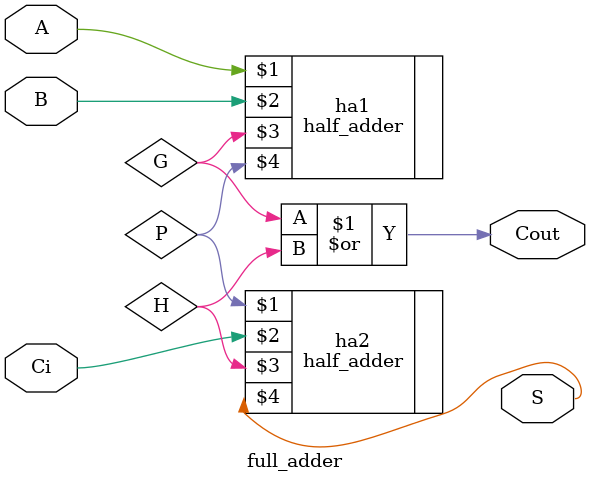
<source format=v>
`timescale 1ns / 100ps

module full_adder(
    input A,
    input B,
    input Ci,
    output Cout,
    output S
    );

  wire P,G,H;
  half_adder  ha1(A,B,G,P);
  half_adder  ha2(P,Ci,H,S);
  or #5 (Cout,G,H);

endmodule












</source>
